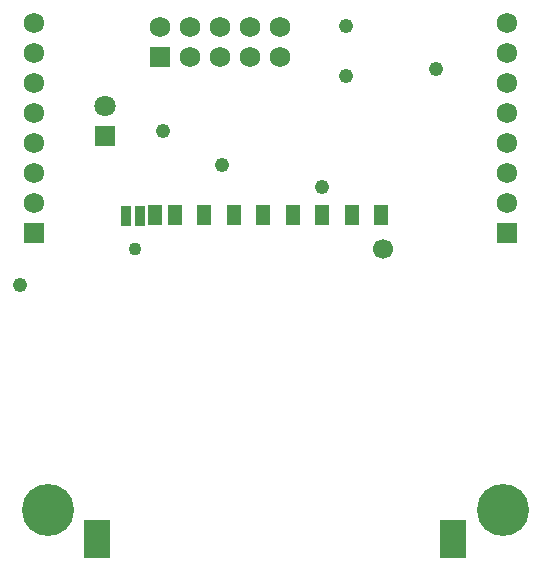
<source format=gbr>
G04 DipTrace 2.3.0.1*
%INTopMask.gbr*%
%MOIN*%
%ADD34C,0.0669*%
%ADD35C,0.0433*%
%ADD40C,0.1734*%
%ADD42C,0.048*%
%ADD44R,0.0868X0.1261*%
%ADD46R,0.0356X0.0671*%
%ADD48R,0.0474X0.0671*%
%ADD50C,0.0679*%
%ADD52R,0.0679X0.0679*%
%ADD54R,0.068X0.068*%
%ADD56C,0.068*%
%ADD58C,0.071*%
%ADD60R,0.071X0.071*%
%FSLAX44Y44*%
G04*
G70*
G90*
G75*
G01*
%LNTopMask*%
%LPD*%
D42*
X5770Y15104D3*
X14879Y17181D3*
X7735Y13988D3*
X11083Y13252D3*
X11871Y16937D3*
Y18631D3*
X1005Y9980D3*
D40*
X17087Y2500D3*
X1930D3*
D60*
X3839Y14961D3*
D58*
Y15961D3*
D56*
X9662Y17594D3*
Y18594D3*
X8662D3*
Y17594D3*
X7662Y18594D3*
Y17594D3*
X6662Y18594D3*
Y17594D3*
D54*
X5662D3*
D56*
Y18594D3*
D52*
X1477Y11713D3*
D50*
Y12713D3*
Y13713D3*
Y14713D3*
Y15713D3*
Y16713D3*
Y17713D3*
Y18713D3*
D52*
X17225Y11713D3*
D50*
Y12713D3*
Y13713D3*
Y14713D3*
Y15713D3*
Y16713D3*
Y17713D3*
Y18713D3*
D48*
X13044Y12303D3*
X12064D3*
X11074D3*
X10094D3*
X9114D3*
X8124D3*
X7144D3*
X6184D3*
X5514D3*
D46*
X5004Y12298D3*
X4531D3*
D44*
X15431Y1503D3*
X3580D3*
D34*
X13094Y11196D3*
D35*
X4826D3*
M02*

</source>
